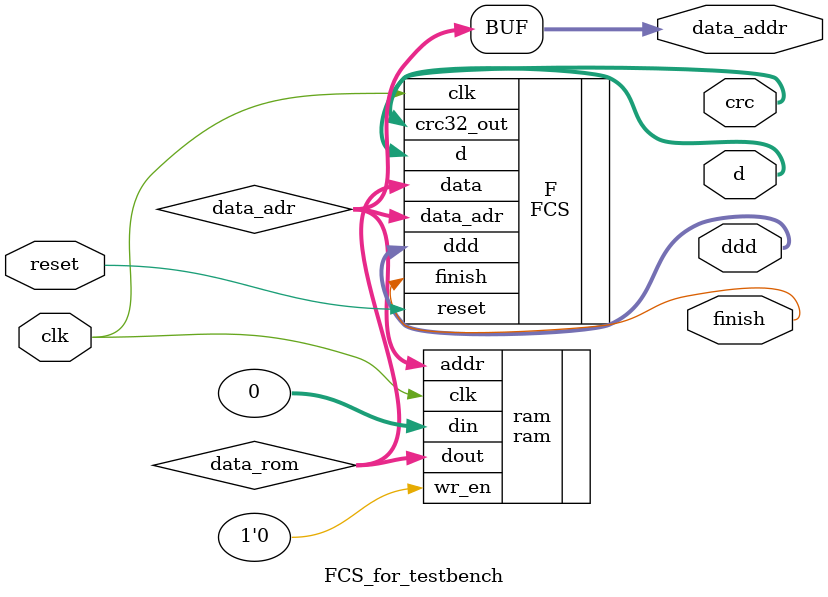
<source format=v>
module FCS_for_testbench
(
	input clk,
	input reset,
	output [31:0] crc,
	output finish,
	output [10:0] data_addr,
	output [7:0] d,
	output [31:0] ddd
);

	wire [10:0] data_adr;
	wire [7:0] data_rom;
	
	assign data_addr = data_adr;
	
	ram ram
	(	
		.clk(clk),
		.addr(data_adr),
		.dout(data_rom),
		.wr_en(1'b0),
		.din(0)
	);
	
	FCS F
	(
		.clk(clk),
		.crc32_out(crc),
		.data_adr(data_adr),
		.data(data_rom),
		.finish(finish),
		.d(d),
		.reset(reset),
		.ddd(ddd)
	);
endmodule

</source>
